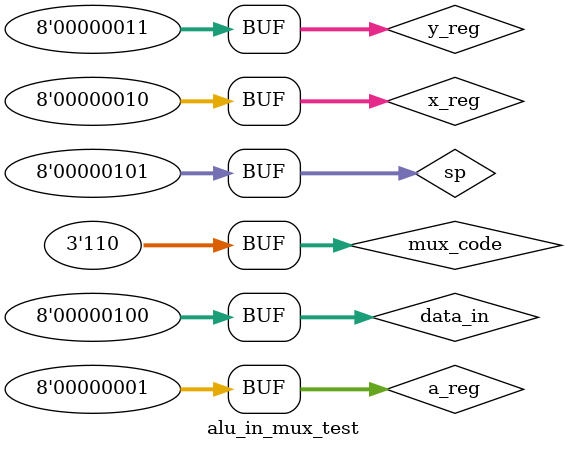
<source format=v>
`timescale 1ns / 1ps


module alu_in_mux_test;

	// Inputs
	reg [2:0] mux_code;
	reg [7:0] a_reg;
	reg [7:0] x_reg;
	reg [7:0] y_reg;
	reg [7:0] data_in;
	reg [7:0] sp;

	// Outputs
	wire [7:0] out;
	
	localparam ALU_IN_MUX_A = 8'h01;
	localparam ALU_IN_MUX_X  = 8'h02;
	localparam ALU_IN_MUX_Y = 8'h03;
	localparam ALU_IN_MUX_DATA = 8'h04;
	localparam ALU_IN_MUX_SP = 8'h05;
	localparam ALU_IN_MUX_ONE = 8'h06;

	// Instantiate the Unit Under Test (UUT)
	ALU_INPUT_MUX uut (
		.mux_code(mux_code), 
		.a_reg(a_reg), 
		.x_reg(x_reg), 
		.y_reg(y_reg), 
		.data_in(data_in), 
		.sp(sp), 
		.out(out)
	);

	initial begin
		// Initialize Inputs
		mux_code = 0;
		a_reg = 1;
		x_reg = 2;
		y_reg = 3;
		data_in = 4;
		sp = 5;

		// Wait 100 ns for global reset to finish
		#100;
      $monitor($time, ": out=%d", out);
		#10 mux_code = ALU_IN_MUX_A;
		#10 mux_code = ALU_IN_MUX_X;
		#10 mux_code = ALU_IN_MUX_Y;
		#10 mux_code = ALU_IN_MUX_DATA;
		#10 mux_code = ALU_IN_MUX_SP;
		#10 mux_code = ALU_IN_MUX_ONE;
		// Add stimulus here

	end
      
endmodule


</source>
